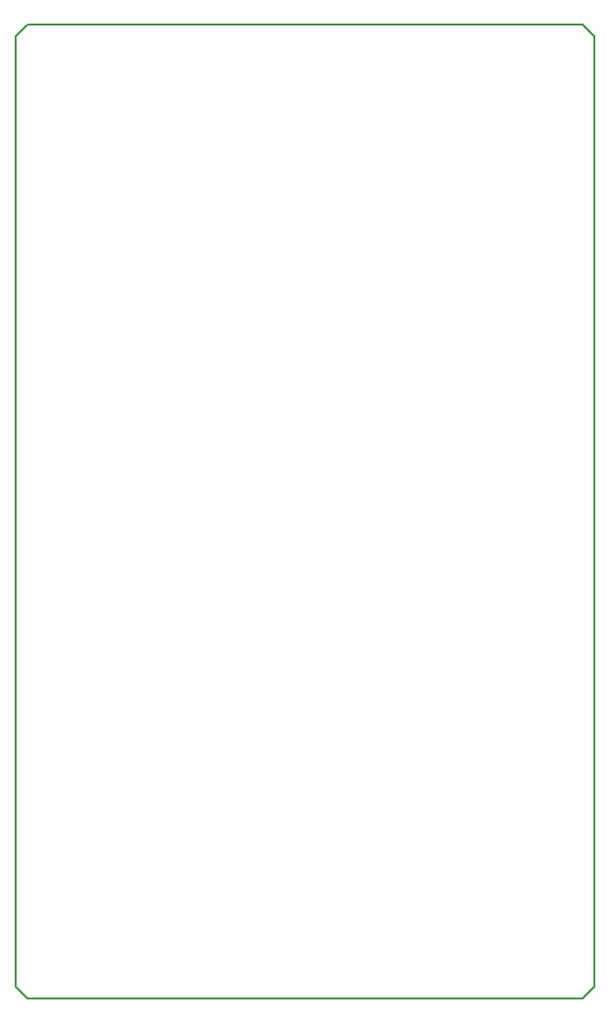
<source format=gm1>
G04 #@! TF.FileFunction,Profile,NP*
%FSLAX46Y46*%
G04 Gerber Fmt 4.6, Leading zero omitted, Abs format (unit mm)*
G04 Created by KiCad (PCBNEW 4.0.5+dfsg1-4) date Sat Sep 16 12:05:32 2017*
%MOMM*%
%LPD*%
G01*
G04 APERTURE LIST*
%ADD10C,0.100000*%
%ADD11C,0.150000*%
G04 APERTURE END LIST*
D10*
D11*
X131685000Y-72700000D02*
X179685000Y-72700000D01*
X180685000Y-73700000D02*
X180685000Y-155700000D01*
X179685000Y-72700000D02*
X180685000Y-73700000D01*
X179685000Y-156700000D02*
X131685000Y-156700000D01*
X130685000Y-155700000D02*
X130685000Y-73700000D01*
X131685000Y-156700000D02*
X130685000Y-155700000D01*
X180685000Y-155700000D02*
X179685000Y-156700000D01*
X130685000Y-73700000D02*
X131685000Y-72700000D01*
M02*

</source>
